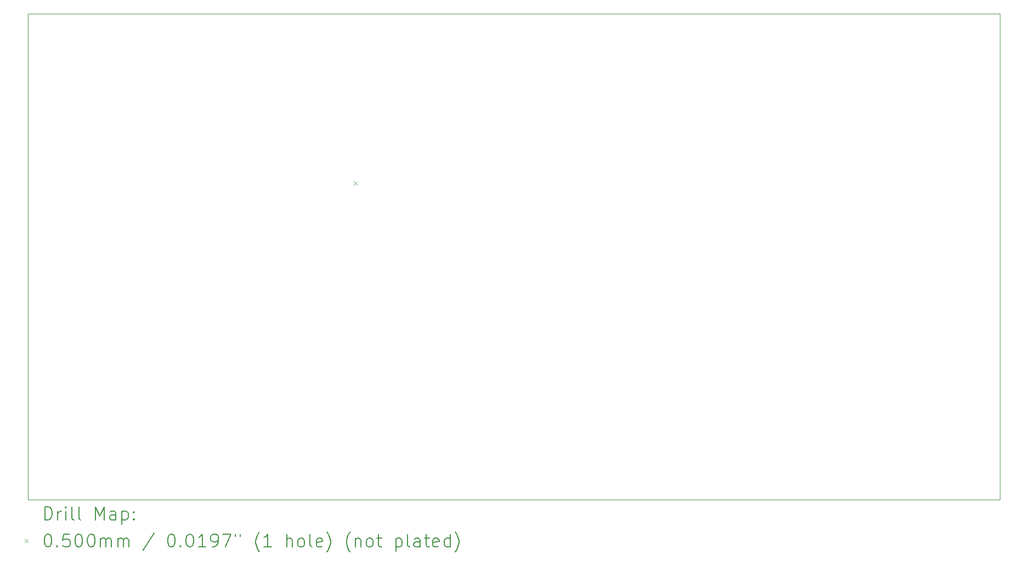
<source format=gbr>
%TF.GenerationSoftware,KiCad,Pcbnew,8.0.2-8.0.2-0~ubuntu22.04.1*%
%TF.CreationDate,2024-05-15T13:27:15-04:00*%
%TF.ProjectId,holiday-widget,686f6c69-6461-4792-9d77-69646765742e,1.0*%
%TF.SameCoordinates,Original*%
%TF.FileFunction,Drillmap*%
%TF.FilePolarity,Positive*%
%FSLAX45Y45*%
G04 Gerber Fmt 4.5, Leading zero omitted, Abs format (unit mm)*
G04 Created by KiCad (PCBNEW 8.0.2-8.0.2-0~ubuntu22.04.1) date 2024-05-15 13:27:15*
%MOMM*%
%LPD*%
G01*
G04 APERTURE LIST*
%ADD10C,0.050000*%
%ADD11C,0.200000*%
%ADD12C,0.100000*%
G04 APERTURE END LIST*
D10*
X11400000Y-7150000D02*
X26400000Y-7150000D01*
X26400000Y-14650000D01*
X11400000Y-14650000D01*
X11400000Y-7150000D01*
D11*
D12*
X16427320Y-9741250D02*
X16477320Y-9791250D01*
X16477320Y-9741250D02*
X16427320Y-9791250D01*
D11*
X11658277Y-14963984D02*
X11658277Y-14763984D01*
X11658277Y-14763984D02*
X11705896Y-14763984D01*
X11705896Y-14763984D02*
X11734467Y-14773508D01*
X11734467Y-14773508D02*
X11753515Y-14792555D01*
X11753515Y-14792555D02*
X11763039Y-14811603D01*
X11763039Y-14811603D02*
X11772562Y-14849698D01*
X11772562Y-14849698D02*
X11772562Y-14878269D01*
X11772562Y-14878269D02*
X11763039Y-14916365D01*
X11763039Y-14916365D02*
X11753515Y-14935412D01*
X11753515Y-14935412D02*
X11734467Y-14954460D01*
X11734467Y-14954460D02*
X11705896Y-14963984D01*
X11705896Y-14963984D02*
X11658277Y-14963984D01*
X11858277Y-14963984D02*
X11858277Y-14830650D01*
X11858277Y-14868746D02*
X11867801Y-14849698D01*
X11867801Y-14849698D02*
X11877324Y-14840174D01*
X11877324Y-14840174D02*
X11896372Y-14830650D01*
X11896372Y-14830650D02*
X11915420Y-14830650D01*
X11982086Y-14963984D02*
X11982086Y-14830650D01*
X11982086Y-14763984D02*
X11972562Y-14773508D01*
X11972562Y-14773508D02*
X11982086Y-14783031D01*
X11982086Y-14783031D02*
X11991610Y-14773508D01*
X11991610Y-14773508D02*
X11982086Y-14763984D01*
X11982086Y-14763984D02*
X11982086Y-14783031D01*
X12105896Y-14963984D02*
X12086848Y-14954460D01*
X12086848Y-14954460D02*
X12077324Y-14935412D01*
X12077324Y-14935412D02*
X12077324Y-14763984D01*
X12210658Y-14963984D02*
X12191610Y-14954460D01*
X12191610Y-14954460D02*
X12182086Y-14935412D01*
X12182086Y-14935412D02*
X12182086Y-14763984D01*
X12439229Y-14963984D02*
X12439229Y-14763984D01*
X12439229Y-14763984D02*
X12505896Y-14906841D01*
X12505896Y-14906841D02*
X12572562Y-14763984D01*
X12572562Y-14763984D02*
X12572562Y-14963984D01*
X12753515Y-14963984D02*
X12753515Y-14859222D01*
X12753515Y-14859222D02*
X12743991Y-14840174D01*
X12743991Y-14840174D02*
X12724943Y-14830650D01*
X12724943Y-14830650D02*
X12686848Y-14830650D01*
X12686848Y-14830650D02*
X12667801Y-14840174D01*
X12753515Y-14954460D02*
X12734467Y-14963984D01*
X12734467Y-14963984D02*
X12686848Y-14963984D01*
X12686848Y-14963984D02*
X12667801Y-14954460D01*
X12667801Y-14954460D02*
X12658277Y-14935412D01*
X12658277Y-14935412D02*
X12658277Y-14916365D01*
X12658277Y-14916365D02*
X12667801Y-14897317D01*
X12667801Y-14897317D02*
X12686848Y-14887793D01*
X12686848Y-14887793D02*
X12734467Y-14887793D01*
X12734467Y-14887793D02*
X12753515Y-14878269D01*
X12848753Y-14830650D02*
X12848753Y-15030650D01*
X12848753Y-14840174D02*
X12867801Y-14830650D01*
X12867801Y-14830650D02*
X12905896Y-14830650D01*
X12905896Y-14830650D02*
X12924943Y-14840174D01*
X12924943Y-14840174D02*
X12934467Y-14849698D01*
X12934467Y-14849698D02*
X12943991Y-14868746D01*
X12943991Y-14868746D02*
X12943991Y-14925888D01*
X12943991Y-14925888D02*
X12934467Y-14944936D01*
X12934467Y-14944936D02*
X12924943Y-14954460D01*
X12924943Y-14954460D02*
X12905896Y-14963984D01*
X12905896Y-14963984D02*
X12867801Y-14963984D01*
X12867801Y-14963984D02*
X12848753Y-14954460D01*
X13029705Y-14944936D02*
X13039229Y-14954460D01*
X13039229Y-14954460D02*
X13029705Y-14963984D01*
X13029705Y-14963984D02*
X13020182Y-14954460D01*
X13020182Y-14954460D02*
X13029705Y-14944936D01*
X13029705Y-14944936D02*
X13029705Y-14963984D01*
X13029705Y-14840174D02*
X13039229Y-14849698D01*
X13039229Y-14849698D02*
X13029705Y-14859222D01*
X13029705Y-14859222D02*
X13020182Y-14849698D01*
X13020182Y-14849698D02*
X13029705Y-14840174D01*
X13029705Y-14840174D02*
X13029705Y-14859222D01*
D12*
X11347500Y-15267500D02*
X11397500Y-15317500D01*
X11397500Y-15267500D02*
X11347500Y-15317500D01*
D11*
X11696372Y-15183984D02*
X11715420Y-15183984D01*
X11715420Y-15183984D02*
X11734467Y-15193508D01*
X11734467Y-15193508D02*
X11743991Y-15203031D01*
X11743991Y-15203031D02*
X11753515Y-15222079D01*
X11753515Y-15222079D02*
X11763039Y-15260174D01*
X11763039Y-15260174D02*
X11763039Y-15307793D01*
X11763039Y-15307793D02*
X11753515Y-15345888D01*
X11753515Y-15345888D02*
X11743991Y-15364936D01*
X11743991Y-15364936D02*
X11734467Y-15374460D01*
X11734467Y-15374460D02*
X11715420Y-15383984D01*
X11715420Y-15383984D02*
X11696372Y-15383984D01*
X11696372Y-15383984D02*
X11677324Y-15374460D01*
X11677324Y-15374460D02*
X11667801Y-15364936D01*
X11667801Y-15364936D02*
X11658277Y-15345888D01*
X11658277Y-15345888D02*
X11648753Y-15307793D01*
X11648753Y-15307793D02*
X11648753Y-15260174D01*
X11648753Y-15260174D02*
X11658277Y-15222079D01*
X11658277Y-15222079D02*
X11667801Y-15203031D01*
X11667801Y-15203031D02*
X11677324Y-15193508D01*
X11677324Y-15193508D02*
X11696372Y-15183984D01*
X11848753Y-15364936D02*
X11858277Y-15374460D01*
X11858277Y-15374460D02*
X11848753Y-15383984D01*
X11848753Y-15383984D02*
X11839229Y-15374460D01*
X11839229Y-15374460D02*
X11848753Y-15364936D01*
X11848753Y-15364936D02*
X11848753Y-15383984D01*
X12039229Y-15183984D02*
X11943991Y-15183984D01*
X11943991Y-15183984D02*
X11934467Y-15279222D01*
X11934467Y-15279222D02*
X11943991Y-15269698D01*
X11943991Y-15269698D02*
X11963039Y-15260174D01*
X11963039Y-15260174D02*
X12010658Y-15260174D01*
X12010658Y-15260174D02*
X12029705Y-15269698D01*
X12029705Y-15269698D02*
X12039229Y-15279222D01*
X12039229Y-15279222D02*
X12048753Y-15298269D01*
X12048753Y-15298269D02*
X12048753Y-15345888D01*
X12048753Y-15345888D02*
X12039229Y-15364936D01*
X12039229Y-15364936D02*
X12029705Y-15374460D01*
X12029705Y-15374460D02*
X12010658Y-15383984D01*
X12010658Y-15383984D02*
X11963039Y-15383984D01*
X11963039Y-15383984D02*
X11943991Y-15374460D01*
X11943991Y-15374460D02*
X11934467Y-15364936D01*
X12172562Y-15183984D02*
X12191610Y-15183984D01*
X12191610Y-15183984D02*
X12210658Y-15193508D01*
X12210658Y-15193508D02*
X12220182Y-15203031D01*
X12220182Y-15203031D02*
X12229705Y-15222079D01*
X12229705Y-15222079D02*
X12239229Y-15260174D01*
X12239229Y-15260174D02*
X12239229Y-15307793D01*
X12239229Y-15307793D02*
X12229705Y-15345888D01*
X12229705Y-15345888D02*
X12220182Y-15364936D01*
X12220182Y-15364936D02*
X12210658Y-15374460D01*
X12210658Y-15374460D02*
X12191610Y-15383984D01*
X12191610Y-15383984D02*
X12172562Y-15383984D01*
X12172562Y-15383984D02*
X12153515Y-15374460D01*
X12153515Y-15374460D02*
X12143991Y-15364936D01*
X12143991Y-15364936D02*
X12134467Y-15345888D01*
X12134467Y-15345888D02*
X12124943Y-15307793D01*
X12124943Y-15307793D02*
X12124943Y-15260174D01*
X12124943Y-15260174D02*
X12134467Y-15222079D01*
X12134467Y-15222079D02*
X12143991Y-15203031D01*
X12143991Y-15203031D02*
X12153515Y-15193508D01*
X12153515Y-15193508D02*
X12172562Y-15183984D01*
X12363039Y-15183984D02*
X12382086Y-15183984D01*
X12382086Y-15183984D02*
X12401134Y-15193508D01*
X12401134Y-15193508D02*
X12410658Y-15203031D01*
X12410658Y-15203031D02*
X12420182Y-15222079D01*
X12420182Y-15222079D02*
X12429705Y-15260174D01*
X12429705Y-15260174D02*
X12429705Y-15307793D01*
X12429705Y-15307793D02*
X12420182Y-15345888D01*
X12420182Y-15345888D02*
X12410658Y-15364936D01*
X12410658Y-15364936D02*
X12401134Y-15374460D01*
X12401134Y-15374460D02*
X12382086Y-15383984D01*
X12382086Y-15383984D02*
X12363039Y-15383984D01*
X12363039Y-15383984D02*
X12343991Y-15374460D01*
X12343991Y-15374460D02*
X12334467Y-15364936D01*
X12334467Y-15364936D02*
X12324943Y-15345888D01*
X12324943Y-15345888D02*
X12315420Y-15307793D01*
X12315420Y-15307793D02*
X12315420Y-15260174D01*
X12315420Y-15260174D02*
X12324943Y-15222079D01*
X12324943Y-15222079D02*
X12334467Y-15203031D01*
X12334467Y-15203031D02*
X12343991Y-15193508D01*
X12343991Y-15193508D02*
X12363039Y-15183984D01*
X12515420Y-15383984D02*
X12515420Y-15250650D01*
X12515420Y-15269698D02*
X12524943Y-15260174D01*
X12524943Y-15260174D02*
X12543991Y-15250650D01*
X12543991Y-15250650D02*
X12572563Y-15250650D01*
X12572563Y-15250650D02*
X12591610Y-15260174D01*
X12591610Y-15260174D02*
X12601134Y-15279222D01*
X12601134Y-15279222D02*
X12601134Y-15383984D01*
X12601134Y-15279222D02*
X12610658Y-15260174D01*
X12610658Y-15260174D02*
X12629705Y-15250650D01*
X12629705Y-15250650D02*
X12658277Y-15250650D01*
X12658277Y-15250650D02*
X12677324Y-15260174D01*
X12677324Y-15260174D02*
X12686848Y-15279222D01*
X12686848Y-15279222D02*
X12686848Y-15383984D01*
X12782086Y-15383984D02*
X12782086Y-15250650D01*
X12782086Y-15269698D02*
X12791610Y-15260174D01*
X12791610Y-15260174D02*
X12810658Y-15250650D01*
X12810658Y-15250650D02*
X12839229Y-15250650D01*
X12839229Y-15250650D02*
X12858277Y-15260174D01*
X12858277Y-15260174D02*
X12867801Y-15279222D01*
X12867801Y-15279222D02*
X12867801Y-15383984D01*
X12867801Y-15279222D02*
X12877324Y-15260174D01*
X12877324Y-15260174D02*
X12896372Y-15250650D01*
X12896372Y-15250650D02*
X12924943Y-15250650D01*
X12924943Y-15250650D02*
X12943991Y-15260174D01*
X12943991Y-15260174D02*
X12953515Y-15279222D01*
X12953515Y-15279222D02*
X12953515Y-15383984D01*
X13343991Y-15174460D02*
X13172563Y-15431603D01*
X13601134Y-15183984D02*
X13620182Y-15183984D01*
X13620182Y-15183984D02*
X13639229Y-15193508D01*
X13639229Y-15193508D02*
X13648753Y-15203031D01*
X13648753Y-15203031D02*
X13658277Y-15222079D01*
X13658277Y-15222079D02*
X13667801Y-15260174D01*
X13667801Y-15260174D02*
X13667801Y-15307793D01*
X13667801Y-15307793D02*
X13658277Y-15345888D01*
X13658277Y-15345888D02*
X13648753Y-15364936D01*
X13648753Y-15364936D02*
X13639229Y-15374460D01*
X13639229Y-15374460D02*
X13620182Y-15383984D01*
X13620182Y-15383984D02*
X13601134Y-15383984D01*
X13601134Y-15383984D02*
X13582086Y-15374460D01*
X13582086Y-15374460D02*
X13572563Y-15364936D01*
X13572563Y-15364936D02*
X13563039Y-15345888D01*
X13563039Y-15345888D02*
X13553515Y-15307793D01*
X13553515Y-15307793D02*
X13553515Y-15260174D01*
X13553515Y-15260174D02*
X13563039Y-15222079D01*
X13563039Y-15222079D02*
X13572563Y-15203031D01*
X13572563Y-15203031D02*
X13582086Y-15193508D01*
X13582086Y-15193508D02*
X13601134Y-15183984D01*
X13753515Y-15364936D02*
X13763039Y-15374460D01*
X13763039Y-15374460D02*
X13753515Y-15383984D01*
X13753515Y-15383984D02*
X13743991Y-15374460D01*
X13743991Y-15374460D02*
X13753515Y-15364936D01*
X13753515Y-15364936D02*
X13753515Y-15383984D01*
X13886848Y-15183984D02*
X13905896Y-15183984D01*
X13905896Y-15183984D02*
X13924944Y-15193508D01*
X13924944Y-15193508D02*
X13934467Y-15203031D01*
X13934467Y-15203031D02*
X13943991Y-15222079D01*
X13943991Y-15222079D02*
X13953515Y-15260174D01*
X13953515Y-15260174D02*
X13953515Y-15307793D01*
X13953515Y-15307793D02*
X13943991Y-15345888D01*
X13943991Y-15345888D02*
X13934467Y-15364936D01*
X13934467Y-15364936D02*
X13924944Y-15374460D01*
X13924944Y-15374460D02*
X13905896Y-15383984D01*
X13905896Y-15383984D02*
X13886848Y-15383984D01*
X13886848Y-15383984D02*
X13867801Y-15374460D01*
X13867801Y-15374460D02*
X13858277Y-15364936D01*
X13858277Y-15364936D02*
X13848753Y-15345888D01*
X13848753Y-15345888D02*
X13839229Y-15307793D01*
X13839229Y-15307793D02*
X13839229Y-15260174D01*
X13839229Y-15260174D02*
X13848753Y-15222079D01*
X13848753Y-15222079D02*
X13858277Y-15203031D01*
X13858277Y-15203031D02*
X13867801Y-15193508D01*
X13867801Y-15193508D02*
X13886848Y-15183984D01*
X14143991Y-15383984D02*
X14029706Y-15383984D01*
X14086848Y-15383984D02*
X14086848Y-15183984D01*
X14086848Y-15183984D02*
X14067801Y-15212555D01*
X14067801Y-15212555D02*
X14048753Y-15231603D01*
X14048753Y-15231603D02*
X14029706Y-15241127D01*
X14239229Y-15383984D02*
X14277325Y-15383984D01*
X14277325Y-15383984D02*
X14296372Y-15374460D01*
X14296372Y-15374460D02*
X14305896Y-15364936D01*
X14305896Y-15364936D02*
X14324944Y-15336365D01*
X14324944Y-15336365D02*
X14334467Y-15298269D01*
X14334467Y-15298269D02*
X14334467Y-15222079D01*
X14334467Y-15222079D02*
X14324944Y-15203031D01*
X14324944Y-15203031D02*
X14315420Y-15193508D01*
X14315420Y-15193508D02*
X14296372Y-15183984D01*
X14296372Y-15183984D02*
X14258277Y-15183984D01*
X14258277Y-15183984D02*
X14239229Y-15193508D01*
X14239229Y-15193508D02*
X14229706Y-15203031D01*
X14229706Y-15203031D02*
X14220182Y-15222079D01*
X14220182Y-15222079D02*
X14220182Y-15269698D01*
X14220182Y-15269698D02*
X14229706Y-15288746D01*
X14229706Y-15288746D02*
X14239229Y-15298269D01*
X14239229Y-15298269D02*
X14258277Y-15307793D01*
X14258277Y-15307793D02*
X14296372Y-15307793D01*
X14296372Y-15307793D02*
X14315420Y-15298269D01*
X14315420Y-15298269D02*
X14324944Y-15288746D01*
X14324944Y-15288746D02*
X14334467Y-15269698D01*
X14401134Y-15183984D02*
X14534467Y-15183984D01*
X14534467Y-15183984D02*
X14448753Y-15383984D01*
X14601134Y-15183984D02*
X14601134Y-15222079D01*
X14677325Y-15183984D02*
X14677325Y-15222079D01*
X14972563Y-15460174D02*
X14963039Y-15450650D01*
X14963039Y-15450650D02*
X14943991Y-15422079D01*
X14943991Y-15422079D02*
X14934468Y-15403031D01*
X14934468Y-15403031D02*
X14924944Y-15374460D01*
X14924944Y-15374460D02*
X14915420Y-15326841D01*
X14915420Y-15326841D02*
X14915420Y-15288746D01*
X14915420Y-15288746D02*
X14924944Y-15241127D01*
X14924944Y-15241127D02*
X14934468Y-15212555D01*
X14934468Y-15212555D02*
X14943991Y-15193508D01*
X14943991Y-15193508D02*
X14963039Y-15164936D01*
X14963039Y-15164936D02*
X14972563Y-15155412D01*
X15153515Y-15383984D02*
X15039229Y-15383984D01*
X15096372Y-15383984D02*
X15096372Y-15183984D01*
X15096372Y-15183984D02*
X15077325Y-15212555D01*
X15077325Y-15212555D02*
X15058277Y-15231603D01*
X15058277Y-15231603D02*
X15039229Y-15241127D01*
X15391610Y-15383984D02*
X15391610Y-15183984D01*
X15477325Y-15383984D02*
X15477325Y-15279222D01*
X15477325Y-15279222D02*
X15467801Y-15260174D01*
X15467801Y-15260174D02*
X15448753Y-15250650D01*
X15448753Y-15250650D02*
X15420182Y-15250650D01*
X15420182Y-15250650D02*
X15401134Y-15260174D01*
X15401134Y-15260174D02*
X15391610Y-15269698D01*
X15601134Y-15383984D02*
X15582087Y-15374460D01*
X15582087Y-15374460D02*
X15572563Y-15364936D01*
X15572563Y-15364936D02*
X15563039Y-15345888D01*
X15563039Y-15345888D02*
X15563039Y-15288746D01*
X15563039Y-15288746D02*
X15572563Y-15269698D01*
X15572563Y-15269698D02*
X15582087Y-15260174D01*
X15582087Y-15260174D02*
X15601134Y-15250650D01*
X15601134Y-15250650D02*
X15629706Y-15250650D01*
X15629706Y-15250650D02*
X15648753Y-15260174D01*
X15648753Y-15260174D02*
X15658277Y-15269698D01*
X15658277Y-15269698D02*
X15667801Y-15288746D01*
X15667801Y-15288746D02*
X15667801Y-15345888D01*
X15667801Y-15345888D02*
X15658277Y-15364936D01*
X15658277Y-15364936D02*
X15648753Y-15374460D01*
X15648753Y-15374460D02*
X15629706Y-15383984D01*
X15629706Y-15383984D02*
X15601134Y-15383984D01*
X15782087Y-15383984D02*
X15763039Y-15374460D01*
X15763039Y-15374460D02*
X15753515Y-15355412D01*
X15753515Y-15355412D02*
X15753515Y-15183984D01*
X15934468Y-15374460D02*
X15915420Y-15383984D01*
X15915420Y-15383984D02*
X15877325Y-15383984D01*
X15877325Y-15383984D02*
X15858277Y-15374460D01*
X15858277Y-15374460D02*
X15848753Y-15355412D01*
X15848753Y-15355412D02*
X15848753Y-15279222D01*
X15848753Y-15279222D02*
X15858277Y-15260174D01*
X15858277Y-15260174D02*
X15877325Y-15250650D01*
X15877325Y-15250650D02*
X15915420Y-15250650D01*
X15915420Y-15250650D02*
X15934468Y-15260174D01*
X15934468Y-15260174D02*
X15943991Y-15279222D01*
X15943991Y-15279222D02*
X15943991Y-15298269D01*
X15943991Y-15298269D02*
X15848753Y-15317317D01*
X16010658Y-15460174D02*
X16020182Y-15450650D01*
X16020182Y-15450650D02*
X16039230Y-15422079D01*
X16039230Y-15422079D02*
X16048753Y-15403031D01*
X16048753Y-15403031D02*
X16058277Y-15374460D01*
X16058277Y-15374460D02*
X16067801Y-15326841D01*
X16067801Y-15326841D02*
X16067801Y-15288746D01*
X16067801Y-15288746D02*
X16058277Y-15241127D01*
X16058277Y-15241127D02*
X16048753Y-15212555D01*
X16048753Y-15212555D02*
X16039230Y-15193508D01*
X16039230Y-15193508D02*
X16020182Y-15164936D01*
X16020182Y-15164936D02*
X16010658Y-15155412D01*
X16372563Y-15460174D02*
X16363039Y-15450650D01*
X16363039Y-15450650D02*
X16343991Y-15422079D01*
X16343991Y-15422079D02*
X16334468Y-15403031D01*
X16334468Y-15403031D02*
X16324944Y-15374460D01*
X16324944Y-15374460D02*
X16315420Y-15326841D01*
X16315420Y-15326841D02*
X16315420Y-15288746D01*
X16315420Y-15288746D02*
X16324944Y-15241127D01*
X16324944Y-15241127D02*
X16334468Y-15212555D01*
X16334468Y-15212555D02*
X16343991Y-15193508D01*
X16343991Y-15193508D02*
X16363039Y-15164936D01*
X16363039Y-15164936D02*
X16372563Y-15155412D01*
X16448753Y-15250650D02*
X16448753Y-15383984D01*
X16448753Y-15269698D02*
X16458277Y-15260174D01*
X16458277Y-15260174D02*
X16477325Y-15250650D01*
X16477325Y-15250650D02*
X16505896Y-15250650D01*
X16505896Y-15250650D02*
X16524944Y-15260174D01*
X16524944Y-15260174D02*
X16534468Y-15279222D01*
X16534468Y-15279222D02*
X16534468Y-15383984D01*
X16658277Y-15383984D02*
X16639230Y-15374460D01*
X16639230Y-15374460D02*
X16629706Y-15364936D01*
X16629706Y-15364936D02*
X16620182Y-15345888D01*
X16620182Y-15345888D02*
X16620182Y-15288746D01*
X16620182Y-15288746D02*
X16629706Y-15269698D01*
X16629706Y-15269698D02*
X16639230Y-15260174D01*
X16639230Y-15260174D02*
X16658277Y-15250650D01*
X16658277Y-15250650D02*
X16686849Y-15250650D01*
X16686849Y-15250650D02*
X16705896Y-15260174D01*
X16705896Y-15260174D02*
X16715420Y-15269698D01*
X16715420Y-15269698D02*
X16724944Y-15288746D01*
X16724944Y-15288746D02*
X16724944Y-15345888D01*
X16724944Y-15345888D02*
X16715420Y-15364936D01*
X16715420Y-15364936D02*
X16705896Y-15374460D01*
X16705896Y-15374460D02*
X16686849Y-15383984D01*
X16686849Y-15383984D02*
X16658277Y-15383984D01*
X16782087Y-15250650D02*
X16858277Y-15250650D01*
X16810658Y-15183984D02*
X16810658Y-15355412D01*
X16810658Y-15355412D02*
X16820182Y-15374460D01*
X16820182Y-15374460D02*
X16839230Y-15383984D01*
X16839230Y-15383984D02*
X16858277Y-15383984D01*
X17077325Y-15250650D02*
X17077325Y-15450650D01*
X17077325Y-15260174D02*
X17096373Y-15250650D01*
X17096373Y-15250650D02*
X17134468Y-15250650D01*
X17134468Y-15250650D02*
X17153515Y-15260174D01*
X17153515Y-15260174D02*
X17163039Y-15269698D01*
X17163039Y-15269698D02*
X17172563Y-15288746D01*
X17172563Y-15288746D02*
X17172563Y-15345888D01*
X17172563Y-15345888D02*
X17163039Y-15364936D01*
X17163039Y-15364936D02*
X17153515Y-15374460D01*
X17153515Y-15374460D02*
X17134468Y-15383984D01*
X17134468Y-15383984D02*
X17096373Y-15383984D01*
X17096373Y-15383984D02*
X17077325Y-15374460D01*
X17286849Y-15383984D02*
X17267801Y-15374460D01*
X17267801Y-15374460D02*
X17258277Y-15355412D01*
X17258277Y-15355412D02*
X17258277Y-15183984D01*
X17448754Y-15383984D02*
X17448754Y-15279222D01*
X17448754Y-15279222D02*
X17439230Y-15260174D01*
X17439230Y-15260174D02*
X17420182Y-15250650D01*
X17420182Y-15250650D02*
X17382087Y-15250650D01*
X17382087Y-15250650D02*
X17363039Y-15260174D01*
X17448754Y-15374460D02*
X17429706Y-15383984D01*
X17429706Y-15383984D02*
X17382087Y-15383984D01*
X17382087Y-15383984D02*
X17363039Y-15374460D01*
X17363039Y-15374460D02*
X17353515Y-15355412D01*
X17353515Y-15355412D02*
X17353515Y-15336365D01*
X17353515Y-15336365D02*
X17363039Y-15317317D01*
X17363039Y-15317317D02*
X17382087Y-15307793D01*
X17382087Y-15307793D02*
X17429706Y-15307793D01*
X17429706Y-15307793D02*
X17448754Y-15298269D01*
X17515420Y-15250650D02*
X17591611Y-15250650D01*
X17543992Y-15183984D02*
X17543992Y-15355412D01*
X17543992Y-15355412D02*
X17553515Y-15374460D01*
X17553515Y-15374460D02*
X17572563Y-15383984D01*
X17572563Y-15383984D02*
X17591611Y-15383984D01*
X17734468Y-15374460D02*
X17715420Y-15383984D01*
X17715420Y-15383984D02*
X17677325Y-15383984D01*
X17677325Y-15383984D02*
X17658277Y-15374460D01*
X17658277Y-15374460D02*
X17648754Y-15355412D01*
X17648754Y-15355412D02*
X17648754Y-15279222D01*
X17648754Y-15279222D02*
X17658277Y-15260174D01*
X17658277Y-15260174D02*
X17677325Y-15250650D01*
X17677325Y-15250650D02*
X17715420Y-15250650D01*
X17715420Y-15250650D02*
X17734468Y-15260174D01*
X17734468Y-15260174D02*
X17743992Y-15279222D01*
X17743992Y-15279222D02*
X17743992Y-15298269D01*
X17743992Y-15298269D02*
X17648754Y-15317317D01*
X17915420Y-15383984D02*
X17915420Y-15183984D01*
X17915420Y-15374460D02*
X17896373Y-15383984D01*
X17896373Y-15383984D02*
X17858277Y-15383984D01*
X17858277Y-15383984D02*
X17839230Y-15374460D01*
X17839230Y-15374460D02*
X17829706Y-15364936D01*
X17829706Y-15364936D02*
X17820182Y-15345888D01*
X17820182Y-15345888D02*
X17820182Y-15288746D01*
X17820182Y-15288746D02*
X17829706Y-15269698D01*
X17829706Y-15269698D02*
X17839230Y-15260174D01*
X17839230Y-15260174D02*
X17858277Y-15250650D01*
X17858277Y-15250650D02*
X17896373Y-15250650D01*
X17896373Y-15250650D02*
X17915420Y-15260174D01*
X17991611Y-15460174D02*
X18001135Y-15450650D01*
X18001135Y-15450650D02*
X18020182Y-15422079D01*
X18020182Y-15422079D02*
X18029706Y-15403031D01*
X18029706Y-15403031D02*
X18039230Y-15374460D01*
X18039230Y-15374460D02*
X18048754Y-15326841D01*
X18048754Y-15326841D02*
X18048754Y-15288746D01*
X18048754Y-15288746D02*
X18039230Y-15241127D01*
X18039230Y-15241127D02*
X18029706Y-15212555D01*
X18029706Y-15212555D02*
X18020182Y-15193508D01*
X18020182Y-15193508D02*
X18001135Y-15164936D01*
X18001135Y-15164936D02*
X17991611Y-15155412D01*
M02*

</source>
